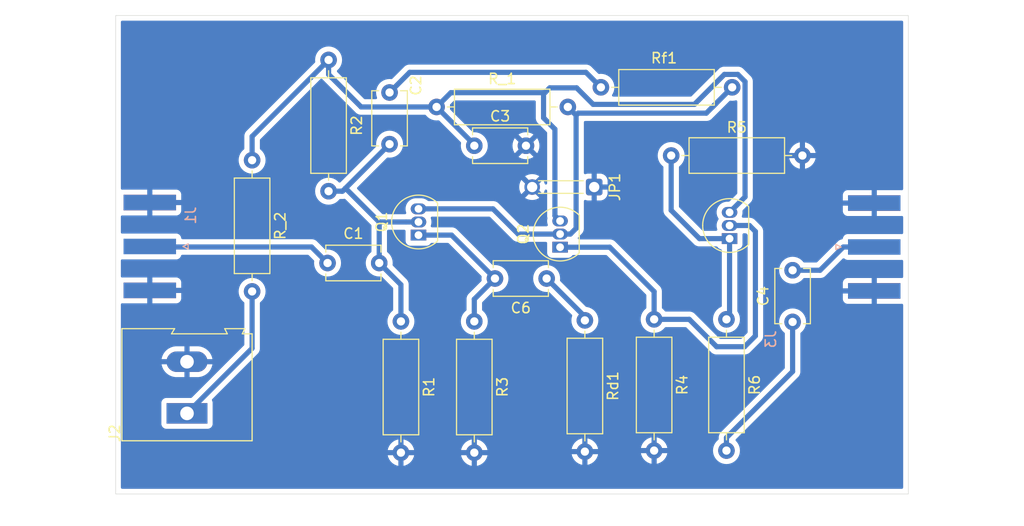
<source format=kicad_pcb>
(kicad_pcb (version 20240108) (generator "pcbnew") (generator_version "8.0")
  (layers (0 "F.Cu" signal) (31 "B.Cu" signal) (34 "B.Paste" user) (35 "F.Paste" user) (36 "B.SilkS" user "B.Silkscreen") (37 "F.SilkS" user "F.Silkscreen") (38 "B.Mask" user) (39 "F.Mask" user) (44 "Edge.Cuts" user))
  (net 0 "")
  (net 1 "Net-(Q1-B)")
  (net 2 "Net-(J1-In)")
  (net 3 "Net-(C2-Pad1)")
  (net 4 "GND")
  (net 5 "Net-(Q2-C)")
  (net 6 "Net-(C4-Pad1)")
  (net 7 "Net-(J3-In)")
  (net 8 "Net-(C6-Pad1)")
  (net 9 "Net-(Q1-E)")
  (net 10 "Net-(J2-Pin_1)")
  (net 11 "Net-(Q1-C)")
  (net 12 "Net-(Q2-E)")
  (net 13 "Net-(Q3-E)")
  (footprint "Capacitor_THT:C_Disc_D5.1mm_W3.2mm_P5.00mm" (layer "F.Cu") (at 183 98.85 90)
    (property "Reference" "C4" (at 2.5 -2.85 90) (layer "F.SilkS"))
    (property "Value" "100nF")
    (fp_line (start 5.17 -1.721) (end 5.17 -1.055) (stroke (width 0.12)) (layer "F.SilkS"))
    (fp_line (start -0.17 -1.721) (end 5.17 -1.721) (stroke (width 0.12)) (layer "F.SilkS"))
    (fp_line (start -0.17 -1.721) (end -0.17 -1.055) (stroke (width 0.12)) (layer "F.SilkS"))
    (fp_line (start 5.17 1.055) (end 5.17 1.721) (stroke (width 0.12)) (layer "F.SilkS"))
    (fp_line (start -0.17 1.055) (end -0.17 1.721) (stroke (width 0.12)) (layer "F.SilkS"))
    (fp_line (start -0.17 1.721) (end 5.17 1.721) (stroke (width 0.12)) (layer "F.SilkS"))
    (pad "1" thru_hole circle (at 0 0 90) (size 1.6 1.6) (drill 0.8) (layers "*.Cu" "*.Mask") (net 6 "Net-(C4-Pad1)"))
    (pad "2" thru_hole circle (at 5 0 90) (size 1.6 1.6) (drill 0.8) (layers "*.Cu" "*.Mask") (net 7 "Net-(J3-In)"))
  )
  (footprint "TerminalBlock:TerminalBlock_Altech_AK300-2_P5.00mm" (layer "F.Cu") (at 124.4 107.7 90)
    (property "Reference" "J2" (at -1.92 -6.99 90) (layer "F.SilkS"))
    (property "Value" "Screw_Terminal_01x02")
    (fp_line (start 8.2 -6.3) (end -2.65 -6.3) (stroke (width 0.12)) (layer "F.SilkS"))
    (fp_line (start -2.65 -6.3) (end -2.65 6.3) (stroke (width 0.12)) (layer "F.SilkS"))
    (fp_line (start 7.7 -1.5) (end 8.2 -1.2) (stroke (width 0.12)) (layer "F.SilkS"))
    (fp_line (start 8.2 -1.2) (end 8.2 -6.3) (stroke (width 0.12)) (layer "F.SilkS"))
    (fp_line (start 8.2 3.65) (end 7.7 3.9) (stroke (width 0.12)) (layer "F.SilkS"))
    (fp_line (start 8.2 3.7) (end 8.2 3.65) (stroke (width 0.12)) (layer "F.SilkS"))
    (fp_line (start 7.7 3.9) (end 7.7 -1.5) (stroke (width 0.12)) (layer "F.SilkS"))
    (fp_line (start 7.7 5.35) (end 8.2 5.6) (stroke (width 0.12)) (layer "F.SilkS"))
    (fp_line (start 8.2 5.6) (end 8.2 3.7) (stroke (width 0.12)) (layer "F.SilkS"))
    (fp_line (start 7.7 6.3) (end 7.7 5.35) (stroke (width 0.12)) (layer "F.SilkS"))
    (fp_line (start -2.65 6.3) (end 7.7 6.3) (stroke (width 0.12)) (layer "F.SilkS"))
    (pad "1" thru_hole rect (at 0 0 90) (size 1.98 3.96) (drill 1.32) (layers "*.Cu" "*.Mask") (net 10 "Net-(J2-Pin_1)"))
    (pad "2" thru_hole oval (at 5 0 90) (size 1.98 3.96) (drill 1.32) (layers "*.Cu" "*.Mask") (net 4 "GND"))
  )
  (footprint "Package_TO_SOT_THT:TO-92_Inline" (layer "F.Cu") (at 160.5 91.62 90)
    (property "Reference" "Q2" (at 1.27 -3.56 90) (layer "F.SilkS"))
    (property "Value" "2N3904")
    (fp_line (start -0.53 1.85) (end 3.07 1.85) (stroke (width 0.12)) (layer "F.SilkS"))
    (fp_arc (start 1.27 -2.6) (mid 3.672087 -0.994977) (end 3.108478 1.838478) (stroke (width 0.12)) (layer "F.SilkS"))
    (fp_arc (start -0.568478 1.838478) (mid -1.132087 -0.994977) (end 1.27 -2.6) (stroke (width 0.12)) (layer "F.SilkS"))
    (pad "1" thru_hole rect (at 0 0 90) (size 1.05 1.5) (drill 0.75) (layers "*.Cu" "*.Mask") (net 12 "Net-(Q2-E)"))
    (pad "2" thru_hole oval (at 1.27 0 90) (size 1.05 1.5) (drill 0.75) (layers "*.Cu" "*.Mask") (net 11 "Net-(Q1-C)"))
    (pad "3" thru_hole oval (at 2.54 0 90) (size 1.05 1.5) (drill 0.75) (layers "*.Cu" "*.Mask") (net 5 "Net-(Q2-C)"))
  )
  (footprint "Capacitor_THT:C_Disc_D5.1mm_W3.2mm_P5.00mm" (layer "F.Cu") (at 138 93.15)
    (property "Reference" "C1" (at 2.5 -2.85 0) (layer "F.SilkS"))
    (property "Value" "100nF")
    (fp_line (start -0.17 -1.721) (end -0.17 -1.055) (stroke (width 0.12)) (layer "F.SilkS"))
    (fp_line (start -0.17 -1.721) (end 5.17 -1.721) (stroke (width 0.12)) (layer "F.SilkS"))
    (fp_line (start -0.17 1.055) (end -0.17 1.721) (stroke (width 0.12)) (layer "F.SilkS"))
    (fp_line (start -0.17 1.721) (end 5.17 1.721) (stroke (width 0.12)) (layer "F.SilkS"))
    (fp_line (start 5.17 -1.721) (end 5.17 -1.055) (stroke (width 0.12)) (layer "F.SilkS"))
    (fp_line (start 5.17 1.055) (end 5.17 1.721) (stroke (width 0.12)) (layer "F.SilkS"))
    (pad "1" thru_hole circle (at 0 0) (size 1.6 1.6) (drill 0.8) (layers "*.Cu" "*.Mask") (net 2 "Net-(J1-In)"))
    (pad "2" thru_hole circle (at 5 0) (size 1.6 1.6) (drill 0.8) (layers "*.Cu" "*.Mask") (net 1 "Net-(Q1-B)"))
  )
  (footprint "Resistor_THT:R_Axial_DIN0309_L9.0mm_D3.2mm_P12.70mm_Horizontal" (layer "F.Cu") (at 152.2 98.8 -90)
    (property "Reference" "R3" (at 6.35 -2.72 90) (layer "F.SilkS"))
    (property "Value" "180")
    (fp_line (start 1.73 1.72) (end 10.97 1.72) (stroke (width 0.12)) (layer "F.SilkS"))
    (fp_line (start 10.97 1.72) (end 10.97 -1.72) (stroke (width 0.12)) (layer "F.SilkS"))
    (fp_line (start 1.04 0) (end 1.73 0) (stroke (width 0.12)) (layer "F.SilkS"))
    (fp_line (start 11.66 0) (end 10.97 0) (stroke (width 0.12)) (layer "F.SilkS"))
    (fp_line (start 1.73 -1.72) (end 1.73 1.72) (stroke (width 0.12)) (layer "F.SilkS"))
    (fp_line (start 10.97 -1.72) (end 1.73 -1.72) (stroke (width 0.12)) (layer "F.SilkS"))
    (pad "1" thru_hole circle (at 0 0 270) (size 1.6 1.6) (drill 0.8) (layers "*.Cu" "*.Mask") (net 9 "Net-(Q1-E)"))
    (pad "2" thru_hole oval (at 12.7 0 270) (size 1.6 1.6) (drill 0.8) (layers "*.Cu" "*.Mask") (net 4 "GND"))
  )
  (footprint "Resistor_THT:R_Axial_DIN0309_L9.0mm_D3.2mm_P12.70mm_Horizontal" (layer "F.Cu") (at 164.45 76.15)
    (property "Reference" "Rf1" (at 6.11 -2.825 0) (layer "F.SilkS"))
    (property "Value" "1800")
    (fp_line (start 1.04 0) (end 1.73 0) (stroke (width 0.12)) (layer "F.SilkS"))
    (fp_line (start 1.73 -1.72) (end 1.73 1.72) (stroke (width 0.12)) (layer "F.SilkS"))
    (fp_line (start 1.73 1.72) (end 10.97 1.72) (stroke (width 0.12)) (layer "F.SilkS"))
    (fp_line (start 10.97 -1.72) (end 1.73 -1.72) (stroke (width 0.12)) (layer "F.SilkS"))
    (fp_line (start 10.97 1.72) (end 10.97 -1.72) (stroke (width 0.12)) (layer "F.SilkS"))
    (fp_line (start 11.66 0) (end 10.97 0) (stroke (width 0.12)) (layer "F.SilkS"))
    (pad "1" thru_hole circle (at 0 0) (size 1.6 1.6) (drill 0.8) (layers "*.Cu" "*.Mask") (net 3 "Net-(C2-Pad1)"))
    (pad "2" thru_hole oval (at 12.7 0) (size 1.6 1.6) (drill 0.8) (layers "*.Cu" "*.Mask") (net 11 "Net-(Q1-C)"))
  )
  (footprint "Resistor_THT:R_Axial_DIN0309_L9.0mm_D3.2mm_P12.70mm_Horizontal" (layer "F.Cu") (at 176.6 98.6 -90)
    (property "Reference" "R6" (at 6.35 -2.72 90) (layer "F.SilkS"))
    (property "Value" "47")
    (fp_line (start 1.73 1.72) (end 10.97 1.72) (stroke (width 0.12)) (layer "F.SilkS"))
    (fp_line (start 10.97 1.72) (end 10.97 -1.72) (stroke (width 0.12)) (layer "F.SilkS"))
    (fp_line (start 1.04 0) (end 1.73 0) (stroke (width 0.12)) (layer "F.SilkS"))
    (fp_line (start 11.66 0) (end 10.97 0) (stroke (width 0.12)) (layer "F.SilkS"))
    (fp_line (start 1.73 -1.72) (end 1.73 1.72) (stroke (width 0.12)) (layer "F.SilkS"))
    (fp_line (start 10.97 -1.72) (end 1.73 -1.72) (stroke (width 0.12)) (layer "F.SilkS"))
    (pad "1" thru_hole circle (at 0 0 270) (size 1.6 1.6) (drill 0.8) (layers "*.Cu" "*.Mask") (net 13 "Net-(Q3-E)"))
    (pad "2" thru_hole oval (at 12.7 0 270) (size 1.6 1.6) (drill 0.8) (layers "*.Cu" "*.Mask") (net 6 "Net-(C4-Pad1)"))
  )
  (footprint "Capacitor_THT:C_Disc_D5.1mm_W3.2mm_P5.00mm" (layer "F.Cu") (at 152.2 81.8)
    (property "Reference" "C3" (at 2.5 -2.85 0) (layer "F.SilkS"))
    (property "Value" "100nF")
    (fp_line (start -0.17 -1.721) (end -0.17 -1.055) (stroke (width 0.12)) (layer "F.SilkS"))
    (fp_line (start -0.17 -1.721) (end 5.17 -1.721) (stroke (width 0.12)) (layer "F.SilkS"))
    (fp_line (start -0.17 1.055) (end -0.17 1.721) (stroke (width 0.12)) (layer "F.SilkS"))
    (fp_line (start -0.17 1.721) (end 5.17 1.721) (stroke (width 0.12)) (layer "F.SilkS"))
    (fp_line (start 5.17 -1.721) (end 5.17 -1.055) (stroke (width 0.12)) (layer "F.SilkS"))
    (fp_line (start 5.17 1.055) (end 5.17 1.721) (stroke (width 0.12)) (layer "F.SilkS"))
    (pad "1" thru_hole circle (at 0 0) (size 1.6 1.6) (drill 0.8) (layers "*.Cu" "*.Mask") (net 5 "Net-(Q2-C)"))
    (pad "2" thru_hole circle (at 5 0) (size 1.6 1.6) (drill 0.8) (layers "*.Cu" "*.Mask") (net 4 "GND"))
  )
  (footprint "Resistor_THT:R_Axial_DIN0309_L9.0mm_D3.2mm_P12.70mm_Horizontal" (layer "F.Cu") (at 138.1 73.5 -90)
    (property "Reference" "R2" (at 6.35 -2.72 90) (layer "F.SilkS"))
    (property "Value" "10k")
    (fp_line (start 1.73 1.72) (end 10.97 1.72) (stroke (width 0.12)) (layer "F.SilkS"))
    (fp_line (start 10.97 1.72) (end 10.97 -1.72) (stroke (width 0.12)) (layer "F.SilkS"))
    (fp_line (start 1.04 0) (end 1.73 0) (stroke (width 0.12)) (layer "F.SilkS"))
    (fp_line (start 11.66 0) (end 10.97 0) (stroke (width 0.12)) (layer "F.SilkS"))
    (fp_line (start 1.73 -1.72) (end 1.73 1.72) (stroke (width 0.12)) (layer "F.SilkS"))
    (fp_line (start 10.97 -1.72) (end 1.73 -1.72) (stroke (width 0.12)) (layer "F.SilkS"))
    (pad "1" thru_hole circle (at 0 0 270) (size 1.6 1.6) (drill 0.8) (layers "*.Cu" "*.Mask") (net 5 "Net-(Q2-C)"))
    (pad "2" thru_hole oval (at 12.7 0 270) (size 1.6 1.6) (drill 0.8) (layers "*.Cu" "*.Mask") (net 1 "Net-(Q1-B)"))
  )
  (footprint "Resistor_THT:R_Axial_DIN0309_L9.0mm_D3.2mm_P12.70mm_Horizontal" (layer "F.Cu") (at 162.9 98.7 -90)
    (property "Reference" "Rd1" (at 6.35 -2.72 90) (layer "F.SilkS"))
    (property "Value" "4.7")
    (fp_line (start 1.73 1.72) (end 10.97 1.72) (stroke (width 0.12)) (layer "F.SilkS"))
    (fp_line (start 10.97 1.72) (end 10.97 -1.72) (stroke (width 0.12)) (layer "F.SilkS"))
    (fp_line (start 1.04 0) (end 1.73 0) (stroke (width 0.12)) (layer "F.SilkS"))
    (fp_line (start 11.66 0) (end 10.97 0) (stroke (width 0.12)) (layer "F.SilkS"))
    (fp_line (start 1.73 -1.72) (end 1.73 1.72) (stroke (width 0.12)) (layer "F.SilkS"))
    (fp_line (start 10.97 -1.72) (end 1.73 -1.72) (stroke (width 0.12)) (layer "F.SilkS"))
    (pad "1" thru_hole circle (at 0 0 270) (size 1.6 1.6) (drill 0.8) (layers "*.Cu" "*.Mask") (net 8 "Net-(C6-Pad1)"))
    (pad "2" thru_hole oval (at 12.7 0 270) (size 1.6 1.6) (drill 0.8) (layers "*.Cu" "*.Mask") (net 4 "GND"))
  )
  (footprint "Resistor_THT:R_Axial_DIN0309_L9.0mm_D3.2mm_P12.70mm_Horizontal" (layer "F.Cu") (at 169.6 98.6 -90)
    (property "Reference" "R4" (at 6.35 -2.72 90) (layer "F.SilkS"))
    (property "Value" "2.2k")
    (fp_line (start 1.73 1.72) (end 10.97 1.72) (stroke (width 0.12)) (layer "F.SilkS"))
    (fp_line (start 10.97 1.72) (end 10.97 -1.72) (stroke (width 0.12)) (layer "F.SilkS"))
    (fp_line (start 1.04 0) (end 1.73 0) (stroke (width 0.12)) (layer "F.SilkS"))
    (fp_line (start 11.66 0) (end 10.97 0) (stroke (width 0.12)) (layer "F.SilkS"))
    (fp_line (start 1.73 -1.72) (end 1.73 1.72) (stroke (width 0.12)) (layer "F.SilkS"))
    (fp_line (start 10.97 -1.72) (end 1.73 -1.72) (stroke (width 0.12)) (layer "F.SilkS"))
    (pad "1" thru_hole circle (at 0 0 270) (size 1.6 1.6) (drill 0.8) (layers "*.Cu" "*.Mask") (net 12 "Net-(Q2-E)"))
    (pad "2" thru_hole oval (at 12.7 0 270) (size 1.6 1.6) (drill 0.8) (layers "*.Cu" "*.Mask") (net 4 "GND"))
  )
  (footprint "Resistor_THT:R_Axial_DIN0309_L9.0mm_D3.2mm_P12.70mm_Horizontal" (layer "F.Cu") (at 145.1 98.8 -90)
    (property "Reference" "R1" (at 6.35 -2.72 90) (layer "F.SilkS"))
    (property "Value" "2.2k")
    (fp_line (start 1.73 1.72) (end 10.97 1.72) (stroke (width 0.12)) (layer "F.SilkS"))
    (fp_line (start 10.97 1.72) (end 10.97 -1.72) (stroke (width 0.12)) (layer "F.SilkS"))
    (fp_line (start 1.04 0) (end 1.73 0) (stroke (width 0.12)) (layer "F.SilkS"))
    (fp_line (start 11.66 0) (end 10.97 0) (stroke (width 0.12)) (layer "F.SilkS"))
    (fp_line (start 1.73 -1.72) (end 1.73 1.72) (stroke (width 0.12)) (layer "F.SilkS"))
    (fp_line (start 10.97 -1.72) (end 1.73 -1.72) (stroke (width 0.12)) (layer "F.SilkS"))
    (pad "1" thru_hole circle (at 0 0 270) (size 1.6 1.6) (drill 0.8) (layers "*.Cu" "*.Mask") (net 1 "Net-(Q1-B)"))
    (pad "2" thru_hole oval (at 12.7 0 270) (size 1.6 1.6) (drill 0.8) (layers "*.Cu" "*.Mask") (net 4 "GND"))
  )
  (footprint "Package_TO_SOT_THT:TO-92_Inline" (layer "F.Cu") (at 176.9 90.79 90)
    (property "Reference" "Q3" (hide yes))
    (property "Value" "2N3904")
    (fp_line (start -0.53 1.85) (end 3.07 1.85) (stroke (width 0.12)) (layer "F.SilkS"))
    (fp_arc (start 1.27 -2.6) (mid 3.672087 -0.994977) (end 3.108478 1.838478) (stroke (width 0.12)) (layer "F.SilkS"))
    (fp_arc (start -0.568478 1.838478) (mid -1.132087 -0.994977) (end 1.27 -2.6) (stroke (width 0.12)) (layer "F.SilkS"))
    (pad "1" thru_hole rect (at 0 0 90) (size 1.05 1.5) (drill 0.75) (layers "*.Cu" "*.Mask") (net 13 "Net-(Q3-E)"))
    (pad "2" thru_hole oval (at 1.27 0 90) (size 1.05 1.5) (drill 0.75) (layers "*.Cu" "*.Mask") (net 12 "Net-(Q2-E)"))
    (pad "3" thru_hole oval (at 2.54 0 90) (size 1.05 1.5) (drill 0.75) (layers "*.Cu" "*.Mask") (net 5 "Net-(Q2-C)"))
  )
  (footprint "Resistor_THT:R_Axial_DIN0309_L9.0mm_D3.2mm_P12.70mm_Horizontal" (layer "F.Cu") (at 148.55 78.05)
    (property "Reference" "R_1" (at 6.35 -2.72 0) (layer "F.SilkS"))
    (property "Value" "330")
    (fp_line (start 1.04 0) (end 1.73 0) (stroke (width 0.12)) (layer "F.SilkS"))
    (fp_line (start 1.73 -1.72) (end 1.73 1.72) (stroke (width 0.12)) (layer "F.SilkS"))
    (fp_line (start 1.73 1.72) (end 10.97 1.72) (stroke (width 0.12)) (layer "F.SilkS"))
    (fp_line (start 10.97 -1.72) (end 1.73 -1.72) (stroke (width 0.12)) (layer "F.SilkS"))
    (fp_line (start 10.97 1.72) (end 10.97 -1.72) (stroke (width 0.12)) (layer "F.SilkS"))
    (fp_line (start 11.66 0) (end 10.97 0) (stroke (width 0.12)) (layer "F.SilkS"))
    (pad "1" thru_hole circle (at 0 0) (size 1.6 1.6) (drill 0.8) (layers "*.Cu" "*.Mask") (net 5 "Net-(Q2-C)"))
    (pad "2" thru_hole oval (at 12.7 0) (size 1.6 1.6) (drill 0.8) (layers "*.Cu" "*.Mask") (net 11 "Net-(Q1-C)"))
  )
  (footprint "Resistor_THT:R_Axial_DIN0309_L9.0mm_D3.2mm_P12.70mm_Horizontal" (layer "F.Cu") (at 130.7 83.2 -90)
    (property "Reference" "R_2" (at 6.35 -2.72 90) (layer "F.SilkS"))
    (property "Value" "10")
    (fp_line (start 1.73 1.72) (end 10.97 1.72) (stroke (width 0.12)) (layer "F.SilkS"))
    (fp_line (start 10.97 1.72) (end 10.97 -1.72) (stroke (width 0.12)) (layer "F.SilkS"))
    (fp_line (start 1.04 0) (end 1.73 0) (stroke (width 0.12)) (layer "F.SilkS"))
    (fp_line (start 11.66 0) (end 10.97 0) (stroke (width 0.12)) (layer "F.SilkS"))
    (fp_line (start 1.73 -1.72) (end 1.73 1.72) (stroke (width 0.12)) (layer "F.SilkS"))
    (fp_line (start 10.97 -1.72) (end 1.73 -1.72) (stroke (width 0.12)) (layer "F.SilkS"))
    (pad "1" thru_hole circle (at 0 0 270) (size 1.6 1.6) (drill 0.8) (layers "*.Cu" "*.Mask") (net 5 "Net-(Q2-C)"))
    (pad "2" thru_hole oval (at 12.7 0 270) (size 1.6 1.6) (drill 0.8) (layers "*.Cu" "*.Mask") (net 10 "Net-(J2-Pin_1)"))
  )
  (footprint "Capacitor_THT:C_Disc_D5.1mm_W3.2mm_P5.00mm" (layer "F.Cu") (at 144 76.65 -90)
    (property "Reference" "C2" (at -0.675 -2.55 90) (layer "F.SilkS"))
    (property "Value" "100nF")
    (fp_line (start -0.17 1.721) (end 5.17 1.721) (stroke (width 0.12)) (layer "F.SilkS"))
    (fp_line (start -0.17 1.055) (end -0.17 1.721) (stroke (width 0.12)) (layer "F.SilkS"))
    (fp_line (start 5.17 1.055) (end 5.17 1.721) (stroke (width 0.12)) (layer "F.SilkS"))
    (fp_line (start -0.17 -1.721) (end -0.17 -1.055) (stroke (width 0.12)) (layer "F.SilkS"))
    (fp_line (start -0.17 -1.721) (end 5.17 -1.721) (stroke (width 0.12)) (layer "F.SilkS"))
    (fp_line (start 5.17 -1.721) (end 5.17 -1.055) (stroke (width 0.12)) (layer "F.SilkS"))
    (pad "1" thru_hole circle (at 0 0 270) (size 1.6 1.6) (drill 0.8) (layers "*.Cu" "*.Mask") (net 3 "Net-(C2-Pad1)"))
    (pad "2" thru_hole circle (at 5 0 270) (size 1.6 1.6) (drill 0.8) (layers "*.Cu" "*.Mask") (net 1 "Net-(Q1-B)"))
  )
  (footprint "Capacitor_THT:C_Disc_D5.1mm_W3.2mm_P5.00mm" (layer "F.Cu") (at 159.2 94.65 180)
    (property "Reference" "C6" (at 2.5 -2.85 0) (layer "F.SilkS"))
    (property "Value" "100nF")
    (fp_line (start 5.17 1.055) (end 5.17 1.721) (stroke (width 0.12)) (layer "F.SilkS"))
    (fp_line (start 5.17 -1.721) (end 5.17 -1.055) (stroke (width 0.12)) (layer "F.SilkS"))
    (fp_line (start -0.17 1.721) (end 5.17 1.721) (stroke (width 0.12)) (layer "F.SilkS"))
    (fp_line (start -0.17 1.055) (end -0.17 1.721) (stroke (width 0.12)) (layer "F.SilkS"))
    (fp_line (start -0.17 -1.721) (end 5.17 -1.721) (stroke (width 0.12)) (layer "F.SilkS"))
    (fp_line (start -0.17 -1.721) (end -0.17 -1.055) (stroke (width 0.12)) (layer "F.SilkS"))
    (pad "1" thru_hole circle (at 0 0 180) (size 1.6 1.6) (drill 0.8) (layers "*.Cu" "*.Mask") (net 8 "Net-(C6-Pad1)"))
    (pad "2" thru_hole circle (at 5 0 180) (size 1.6 1.6) (drill 0.8) (layers "*.Cu" "*.Mask") (net 9 "Net-(Q1-E)"))
  )
  (footprint "Resistor_THT:R_Axial_DIN0309_L9.0mm_D3.2mm_P12.70mm_Horizontal" (layer "F.Cu") (at 171.25 82.75)
    (property "Reference" "R5" (at 6.35 -2.72 0) (layer "F.SilkS"))
    (property "Value" "470")
    (fp_line (start 1.04 0) (end 1.73 0) (stroke (width 0.12)) (layer "F.SilkS"))
    (fp_line (start 1.73 -1.72) (end 1.73 1.72) (stroke (width 0.12)) (layer "F.SilkS"))
    (fp_line (start 1.73 1.72) (end 10.97 1.72) (stroke (width 0.12)) (layer "F.SilkS"))
    (fp_line (start 10.97 -1.72) (end 1.73 -1.72) (stroke (width 0.12)) (layer "F.SilkS"))
    (fp_line (start 10.97 1.72) (end 10.97 -1.72) (stroke (width 0.12)) (layer "F.SilkS"))
    (fp_line (start 11.66 0) (end 10.97 0) (stroke (width 0.12)) (layer "F.SilkS"))
    (pad "1" thru_hole circle (at 0 0) (size 1.6 1.6) (drill 0.8) (layers "*.Cu" "*.Mask") (net 13 "Net-(Q3-E)"))
    (pad "2" thru_hole oval (at 12.7 0) (size 1.6 1.6) (drill 0.8) (layers "*.Cu" "*.Mask") (net 4 "GND"))
  )
  (footprint "Package_TO_SOT_THT:TO-92_Inline" (layer "F.Cu") (at 146.8 90.45 90)
    (property "Reference" "Q1" (at 1.27 -3.56 90) (layer "F.SilkS"))
    (property "Value" "2N3904")
    (fp_line (start -0.53 1.85) (end 3.07 1.85) (stroke (width 0.12)) (layer "F.SilkS"))
    (fp_arc (start 1.27 -2.6) (mid 3.672087 -0.994977) (end 3.108478 1.838478) (stroke (width 0.12)) (layer "F.SilkS"))
    (fp_arc (start -0.568478 1.838478) (mid -1.132087 -0.994977) (end 1.27 -2.6) (stroke (width 0.12)) (layer "F.SilkS"))
    (pad "1" thru_hole rect (at 0 0 90) (size 1.05 1.5) (drill 0.75) (layers "*.Cu" "*.Mask") (net 9 "Net-(Q1-E)"))
    (pad "2" thru_hole oval (at 1.27 0 90) (size 1.05 1.5) (drill 0.75) (layers "*.Cu" "*.Mask") (net 1 "Net-(Q1-B)"))
    (pad "3" thru_hole oval (at 2.54 0 90) (size 1.05 1.5) (drill 0.75) (layers "*.Cu" "*.Mask") (net 11 "Net-(Q1-C)"))
  )
  (footprint "Connector_Wire:SolderWire-0.1sqmm_1x01_D0.4mm_OD1mm_Relief" (layer "F.Cu") (at 163.8 85.8 -90)
    (property "Reference" "JP1" (at 0 -2 90) (layer "F.SilkS"))
    (property "Value" "Jumper_2_Bridged")
    (fp_line (start -0.61 1.06) (end -0.61 5.39) (stroke (width 0.12)) (layer "F.SilkS"))
    (fp_line (start 0.61 1.06) (end 0.61 5.39) (stroke (width 0.12)) (layer "F.SilkS"))
    (pad "" thru_hole circle (at 0 6 270) (size 1.5 1.5) (drill 1) (layers "*.Cu" "*.Mask") (net 4 "GND"))
    (pad "1" thru_hole roundrect (at 0 0 270) (size 1.6 1.6) (drill 1) (layers "*.Cu" "*.Mask") (roundrect_rratio 0.15625) (net 4 "GND"))
  )
  (footprint "Connector_Coaxial:SMA_Amphenol_132289_EdgeMount" (layer "B.Cu") (at 190.9 91.6)
    (property "Reference" "J3" (at -10.01 8.925 90) (layer "B.SilkS") (effects (justify mirror)))
    (property "Value" "RF_out")
    (fp_line (start -3.71 -0.25) (end -3.71 0.25) (stroke (width 0.12)) (layer "B.SilkS"))
    (fp_line (start -3.71 0.25) (end -3.21 0) (stroke (width 0.12)) (layer "B.SilkS"))
    (fp_line (start -3.21 0) (end -3.71 -0.25) (stroke (width 0.12)) (layer "B.SilkS"))
    (pad "1" smd rect (at 0 0 270) (size 1.5 5.08) (layers "B.Cu" "B.Paste" "B.Mask") (net 7 "Net-(J3-In)"))
    (pad "2" smd rect (at 0 -4.25 270) (size 1.5 5.08) (layers "F.Cu" "F.Paste" "F.Mask") (net 4 "GND"))
    (pad "2" smd rect (at 0 -4.25 270) (size 1.5 5.08) (layers "B.Cu" "B.Paste" "B.Mask") (net 4 "GND"))
    (pad "2" smd rect (at 0 4.25 270) (size 1.5 5.08) (layers "F.Cu" "F.Paste" "F.Mask") (net 4 "GND"))
    (pad "2" smd rect (at 0 4.25 270) (size 1.5 5.08) (layers "B.Cu" "B.Paste" "B.Mask") (net 4 "GND"))
  )
  (footprint "Connector_Coaxial:SMA_Amphenol_132289_EdgeMount" (layer "B.Cu") (at 120.8 91.55 180)
    (property "Reference" "J1" (at -3.96 3 90) (layer "B.SilkS") (effects (justify mirror)))
    (property "Value" "RF_in")
    (fp_line (start -3.21 0) (end -3.71 -0.25) (stroke (width 0.12)) (layer "B.SilkS"))
    (fp_line (start -3.71 0.25) (end -3.21 0) (stroke (width 0.12)) (layer "B.SilkS"))
    (fp_line (start -3.71 -0.25) (end -3.71 0.25) (stroke (width 0.12)) (layer "B.SilkS"))
    (pad "1" smd rect (at 0 0 90) (size 1.5 5.08) (layers "B.Cu" "B.Paste" "B.Mask") (net 2 "Net-(J1-In)"))
    (pad "2" smd rect (at 0 -4.25 90) (size 1.5 5.08) (layers "F.Cu" "F.Paste" "F.Mask") (net 4 "GND"))
    (pad "2" smd rect (at 0 -4.25 90) (size 1.5 5.08) (layers "B.Cu" "B.Paste" "B.Mask") (net 4 "GND"))
    (pad "2" smd rect (at 0 4.25 90) (size 1.5 5.08) (layers "F.Cu" "F.Paste" "F.Mask") (net 4 "GND"))
    (pad "2" smd rect (at 0 4.25 90) (size 1.5 5.08) (layers "B.Cu" "B.Paste" "B.Mask") (net 4 "GND"))
  )
  (gr_rect (start 117.5 69.2) (end 194.2 115.5) (stroke (width 0.05)) (fill none) (layer "Edge.Cuts"))
  (segment (start 143 89.18) (end 143 93.15) (width 0.5) (layer "B.Cu") (net 1))
  (segment (start 145.5983 89.18) (end 143 89.18) (width 0.5) (layer "B.Cu") (net 1))
  (segment (start 145.1 95.25) (end 145.1 98.8) (width 0.5) (layer "B.Cu") (net 1))
  (segment (start 143 93.15) (end 145.1 95.25) (width 0.5) (layer "B.Cu") (net 1))
  (segment (start 143 89.18) (end 139.735 85.915) (width 0.5) (layer "B.Cu") (net 1))
  (segment (start 139.735 85.915) (end 144 81.65) (width 0.5) (layer "B.Cu") (net 1))
  (segment (start 139.45 86.2) (end 139.735 85.915) (width 0.5) (layer "B.Cu") (net 1))
  (segment (start 139.3517 86.2) (end 139.45 86.2) (width 0.5) (layer "B.Cu") (net 1))
  (segment (start 146.8 89.18) (end 145.5983 89.18) (width 0.5) (layer "B.Cu") (net 1))
  (segment (start 138.1 86.2) (end 139.3517 86.2) (width 0.5) (layer "B.Cu") (net 1))
  (segment (start 121.6 91.6) (end 136.45 91.6) (width 0.5) (layer "B.Cu") (net 2))
  (segment (start 136.45 91.6) (end 138 93.15) (width 0.5) (layer "B.Cu") (net 2))
  (segment (start 144.5 76.15) (end 144 76.65) (width 0.2) (layer "F.Cu") (net 3))
  (segment (start 164.45 76.15) (end 163 74.7) (width 0.5) (layer "B.Cu") (net 3))
  (segment (start 145.95 74.7) (end 144 76.65) (width 0.5) (layer "B.Cu") (net 3))
  (segment (start 163 74.7) (end 145.95 74.7) (width 0.5) (layer "B.Cu") (net 3))
  (segment (start 121.6 87.35) (end 122.9235 87.35) (width 0.2) (layer "F.Cu") (net 4))
  (segment (start 122.6932 95.85) (end 124.4417 95.85) (width 0.2) (layer "F.Cu") (net 4))
  (segment (start 122.9235 95.6197) (end 122.6932 95.85) (width 0.2) (layer "F.Cu") (net 4))
  (segment (start 190.9 95.85) (end 189.4792 95.85) (width 0.2) (layer "F.Cu") (net 4))
  (segment (start 121.6 95.85) (end 122.6932 95.85) (width 0.2) (layer "F.Cu") (net 4))
  (segment (start 133.8 102.115) (end 136.0817 102.115) (width 0.2) (layer "F.Cu") (net 4))
  (segment (start 145.1 111.5) (end 145.1 110.9491) (width 0.2) (layer "F.Cu") (net 4))
  (segment (start 121.7917 95.85) (end 118.8 95.85) (width 0.5) (layer "B.Cu") (net 4))
  (segment (start 121.6 87.35) (end 118.6083 87.35) (width 0.5) (layer "B.Cu") (net 4))
  (segment (start 158.9 79.1) (end 159 79.2) (width 0.5) (layer "B.Cu") (net 5))
  (segment (start 163.7 77.8) (end 173.5 77.8) (width 0.5) (layer "B.Cu") (net 5))
  (segment (start 158.9 76.667767) (end 159.032233 76.667767) (width 0.5) (layer "B.Cu") (net 5))
  (segment (start 160 88.58) (end 160.5 89.08) (width 0.5) (layer "B.Cu") (net 5))
  (segment (start 159.032233 76.667767) (end 159.5 76.2) (width 0.5) (layer "B.Cu") (net 5))
  (segment (start 159.5 76.2) (end 162.1 76.2) (width 0.5) (layer "B.Cu") (net 5))
  (segment (start 160 80.2) (end 160 88.58) (width 0.5) (layer "B.Cu") (net 5))
  (segment (start 148.55 78.05) (end 141.25 78.05) (width 0.5) (layer "B.Cu") (net 5))
  (segment (start 152.2 81.7) (end 152.2 81.8) (width 0.5) (layer "B.Cu") (net 5))
  (segment (start 141.25 78.05) (end 138.45 75.25) (width 0.5) (layer "B.Cu") (net 5))
  (segment (start 178.4 75.6) (end 178.4 86.75) (width 0.5) (layer "B.Cu") (net 5))
  (segment (start 149.932233 76.667767) (end 158.9 76.667767) (width 0.5) (layer "B.Cu") (net 5))
  (segment (start 162.1 76.2) (end 163.7 77.8) (width 0.5) (layer "B.Cu") (net 5))
  (segment (start 130.7 83.2) (end 130.7 80.9) (width 0.5) (layer "B.Cu") (net 5))
  (segment (start 173.5 77.8) (end 176.4 74.9) (width 0.5) (layer "B.Cu") (net 5))
  (segment (start 158.9 76.667767) (end 158.9 79.1) (width 0.5) (layer "B.Cu") (net 5))
  (segment (start 138.1 74.9) (end 138.45 75.25) (width 0.5) (layer "B.Cu") (net 5))
  (segment (start 130.7 80.9) (end 138.1 73.5) (width 0.5) (layer "B.Cu") (net 5))
  (segment (start 148.55 78.05) (end 149.932233 76.667767) (width 0.5) (layer "B.Cu") (net 5))
  (segment (start 176.4 74.9) (end 177.7 74.9) (width 0.5) (layer "B.Cu") (net 5))
  (segment (start 148.55 78.05) (end 152.2 81.7) (width 0.5) (layer "B.Cu") (net 5))
  (segment (start 177.7 74.9) (end 178.4 75.6) (width 0.5) (layer "B.Cu") (net 5))
  (segment (start 138.1 73.5) (end 138.1 74.9) (width 0.5) (layer "B.Cu") (net 5))
  (segment (start 178.4 86.75) (end 176.9 88.25) (width 0.5) (layer "B.Cu") (net 5))
  (segment (start 160 80.2) (end 159 79.2) (width 0.5) (layer "B.Cu") (net 5))
  (segment (start 176.6 110.0483) (end 183 103.6483) (width 0.5) (layer "B.Cu") (net 6))
  (segment (start 176.6 111.3) (end 176.6 110.0483) (width 0.5) (layer "B.Cu") (net 6))
  (segment (start 183 103.6483) (end 183 98.85) (width 0.5) (layer "B.Cu") (net 6))
  (segment (start 190.9 91.6) (end 187.9083 91.6) (width 0.5) (layer "B.Cu") (net 7))
  (segment (start 187.9083 91.6) (end 185.6583 93.85) (width 0.5) (layer "B.Cu") (net 7))
  (segment (start 185.6583 93.85) (end 183 93.85) (width 0.5) (layer "B.Cu") (net 7))
  (segment (start 162.9 98.35) (end 162.9 98.7) (width 0.2) (layer "F.Cu") (net 8))
  (segment (start 159.2 94.65) (end 162.9 98.35) (width 0.5) (layer "B.Cu") (net 8))
  (segment (start 162.9 98.35) (end 162.9 98.7) (width 0.5) (layer "B.Cu") (net 8))
  (segment (start 152.2 98.8) (end 152.2 96.65) (width 0.5) (layer "B.Cu") (net 9))
  (segment (start 152.2 96.65) (end 154.2 94.65) (width 0.5) (layer "B.Cu") (net 9))
  (segment (start 150 90.45) (end 154.2 94.65) (width 0.5) (layer "B.Cu") (net 9))
  (segment (start 146.8 90.45) (end 150 90.45) (width 0.5) (layer "B.Cu") (net 9))
  (segment (start 130.7 101.4) (end 124.4 107.7) (width 0.5) (layer "B.Cu") (net 10))
  (segment (start 130.7 95.9) (end 130.7 101.4) (width 0.5) (layer "B.Cu") (net 10))
  (segment (start 175.2 78.1) (end 175.55 77.75) (width 0.5) (layer "B.Cu") (net 11))
  (segment (start 174.65 78.65) (end 175.55 77.75) (width 0.5) (layer "B.Cu") (net 11))
  (segment (start 156.45 90.35) (end 154.01 87.91) (width 0.5) (layer "B.Cu") (net 11))
  (segment (start 162.249998 78.65) (end 174.65 78.65) (width 0.5) (layer "B.Cu") (net 11))
  (segment (start 161.25 78.05) (end 161.3 78.1) (width 0.5) (layer "B.Cu") (net 11))
  (segment (start 161.495 90.35) (end 160.5 90.35) (width 0.5) (layer "B.Cu") (net 11))
  (segment (start 154.01 87.91) (end 146.8 87.91) (width 0.5) (layer "B.Cu") (net 11))
  (segment (start 162.049999 78.849999) (end 162.049999 89.795001) (width 0.5) (layer "B.Cu") (net 11))
  (segment (start 162.049999 78.849999) (end 162.249998 78.65) (width 0.5) (layer "B.Cu") (net 11))
  (segment (start 175.55 77.75) (end 177.15 76.15) (width 0.5) (layer "B.Cu") (net 11))
  (segment (start 160.5 90.35) (end 156.45 90.35) (width 0.5) (layer "B.Cu") (net 11))
  (segment (start 162.049999 89.795001) (end 161.495 90.35) (width 0.5) (layer "B.Cu") (net 11))
  (segment (start 161.25 78.05) (end 162.049999 78.849999) (width 0.5) (layer "B.Cu") (net 11))
  (segment (start 169.6 95.915) (end 169.6 98.6) (width 0.5) (layer "B.Cu") (net 12))
  (segment (start 175.65 101.25) (end 178.35 101.25) (width 0.5) (layer "B.Cu") (net 12))
  (segment (start 165.305 91.62) (end 169.6 95.915) (width 0.5) (layer "B.Cu") (net 12))
  (segment (start 178.82 89.52) (end 176.9 89.52) (width 0.5) (layer "B.Cu") (net 12))
  (segment (start 179.4 90.1) (end 178.82 89.52) (width 0.5) (layer "B.Cu") (net 12))
  (segment (start 178.35 101.25) (end 179.4 100.2) (width 0.5) (layer "B.Cu") (net 12))
  (segment (start 169.6 98.6) (end 173 98.6) (width 0.5) (layer "B.Cu") (net 12))
  (segment (start 160.5 91.62) (end 165.305 91.62) (width 0.5) (layer "B.Cu") (net 12))
  (segment (start 179.4 100.2) (end 179.4 90.1) (width 0.5) (layer "B.Cu") (net 12))
  (segment (start 173 98.6) (end 175.65 101.25) (width 0.5) (layer "B.Cu") (net 12))
  (segment (start 173.99 90.79) (end 176.9 90.79) (width 0.5) (layer "B.Cu") (net 13))
  (segment (start 176.9 98.3) (end 176.6 98.6) (width 0.5) (layer "B.Cu") (net 13))
  (segment (start 171.25 88.05) (end 173.99 90.79) (width 0.5) (layer "B.Cu") (net 13))
  (segment (start 176.9 90.79) (end 176.9 98.3) (width 0.5) (layer "B.Cu") (net 13))
  (segment (start 171.25 82.75) (end 171.25 88.05) (width 0.5) (layer "B.Cu") (net 13))
  (zone (net 4) (net_name "GND") (layer "B.Cu") (connect_pads (clearance 0.5)) (min_thickness 0.25) (fill yes (thermal_gap 0.5) (thermal_bridge_width 0.5))
    (polygon (pts (xy 117.2 116.6) (xy 116.4 67.7) (xy 196.7 68.5) (xy 195.1 118.6)))
  )
)
</source>
